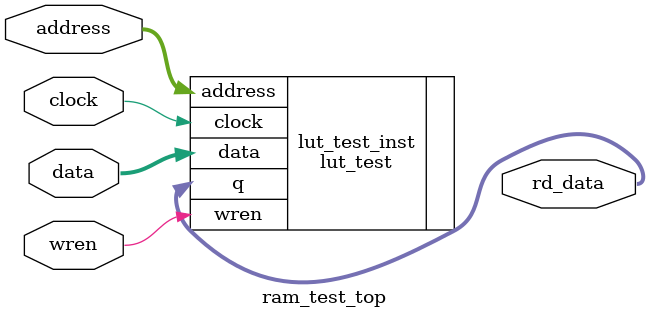
<source format=v>
module ram_test_top(
	input [11:0] address,
	input clock,
	input [32:0] data,
	input wren,
	output [31:0] rd_data
);

	lut_test lut_test_inst(
		.data(data),
		.address(address),
		.wren(wren),
		.clock(clock),
		.q(rd_data)
	);

endmodule


</source>
